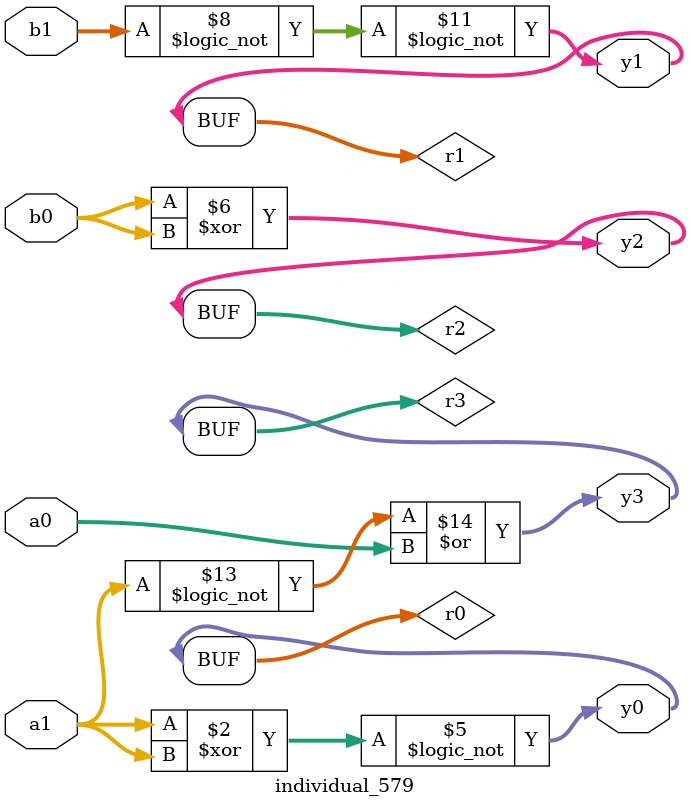
<source format=sv>
module individual_579(input logic [15:0] a1, input logic [15:0] a0, input logic [15:0] b1, input logic [15:0] b0, output logic [15:0] y3, output logic [15:0] y2, output logic [15:0] y1, output logic [15:0] y0);
logic [15:0] r0, r1, r2, r3; 
 always@(*) begin 
	 r0 = a0; r1 = a1; r2 = b0; r3 = b1; 
 	 r1  ^=  a1 ;
 	 r3 = ! b1 ;
 	 r0 = ! r1 ;
 	 r0 = ! r1 ;
 	 r2  ^=  r2 ;
 	 r3 = ! a0 ;
 	 r3 = ! b1 ;
 	 r1  &=  a1 ;
 	 r1  ^=  a1 ;
 	 r1 = ! r3 ;
 	 r3  &=  r3 ;
 	 r3 = ! a1 ;
 	 r3  |=  a0 ;
 	 y3 = r3; y2 = r2; y1 = r1; y0 = r0; 
end
endmodule
</source>
